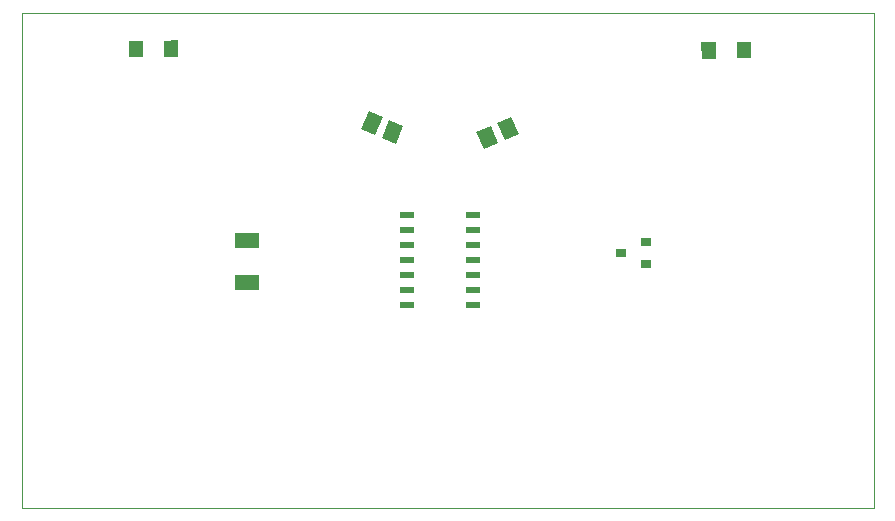
<source format=gtp>
G75*
%MOIN*%
%OFA0B0*%
%FSLAX25Y25*%
%IPPOS*%
%LPD*%
%AMOC8*
5,1,8,0,0,1.08239X$1,22.5*
%
%ADD10C,0.00394*%
%ADD11R,0.05000X0.08110*%
%ADD12R,0.04724X0.05512*%
%ADD13R,0.03543X0.03150*%
%ADD14R,0.05118X0.06299*%
%ADD15R,0.04724X0.02362*%
D10*
X0013386Y0013511D02*
X0297323Y0013511D01*
X0297323Y0178511D01*
X0013386Y0178511D01*
X0013386Y0013511D01*
D11*
G36*
X0084287Y0086271D02*
X0084330Y0091270D01*
X0092439Y0091199D01*
X0092396Y0086200D01*
X0084287Y0086271D01*
G37*
G36*
X0084407Y0100089D02*
X0084450Y0105088D01*
X0092559Y0105017D01*
X0092516Y0100018D01*
X0084407Y0100089D01*
G37*
D12*
G36*
X0060743Y0169329D02*
X0065466Y0169378D01*
X0065523Y0163867D01*
X0060800Y0163818D01*
X0060743Y0169329D01*
G37*
G36*
X0048933Y0169205D02*
X0053656Y0169254D01*
X0053713Y0163743D01*
X0048990Y0163694D01*
X0048933Y0169205D01*
G37*
G36*
X0244658Y0163252D02*
X0239935Y0163186D01*
X0239858Y0168696D01*
X0244581Y0168762D01*
X0244658Y0163252D01*
G37*
G36*
X0256467Y0163417D02*
X0251744Y0163351D01*
X0251667Y0168861D01*
X0256390Y0168927D01*
X0256467Y0163417D01*
G37*
D13*
X0221359Y0102195D03*
X0213091Y0098454D03*
X0221359Y0094714D03*
D14*
G36*
X0164907Y0138991D02*
X0169610Y0141007D01*
X0172091Y0135219D01*
X0167388Y0133203D01*
X0164907Y0138991D01*
G37*
G36*
X0171783Y0141937D02*
X0176486Y0143953D01*
X0178967Y0138165D01*
X0174264Y0136149D01*
X0171783Y0141937D01*
G37*
G36*
X0135794Y0142761D02*
X0140493Y0140736D01*
X0138002Y0134953D01*
X0133303Y0136978D01*
X0135794Y0142761D01*
G37*
G36*
X0128924Y0145720D02*
X0133623Y0143695D01*
X0131132Y0137912D01*
X0126433Y0139937D01*
X0128924Y0145720D01*
G37*
D15*
X0141657Y0111131D03*
X0141657Y0106131D03*
X0141657Y0101131D03*
X0141657Y0096131D03*
X0141657Y0091131D03*
X0141657Y0086131D03*
X0141657Y0081131D03*
X0163704Y0081131D03*
X0163704Y0086131D03*
X0163704Y0091131D03*
X0163704Y0096131D03*
X0163704Y0101131D03*
X0163704Y0106131D03*
X0163704Y0111131D03*
M02*

</source>
